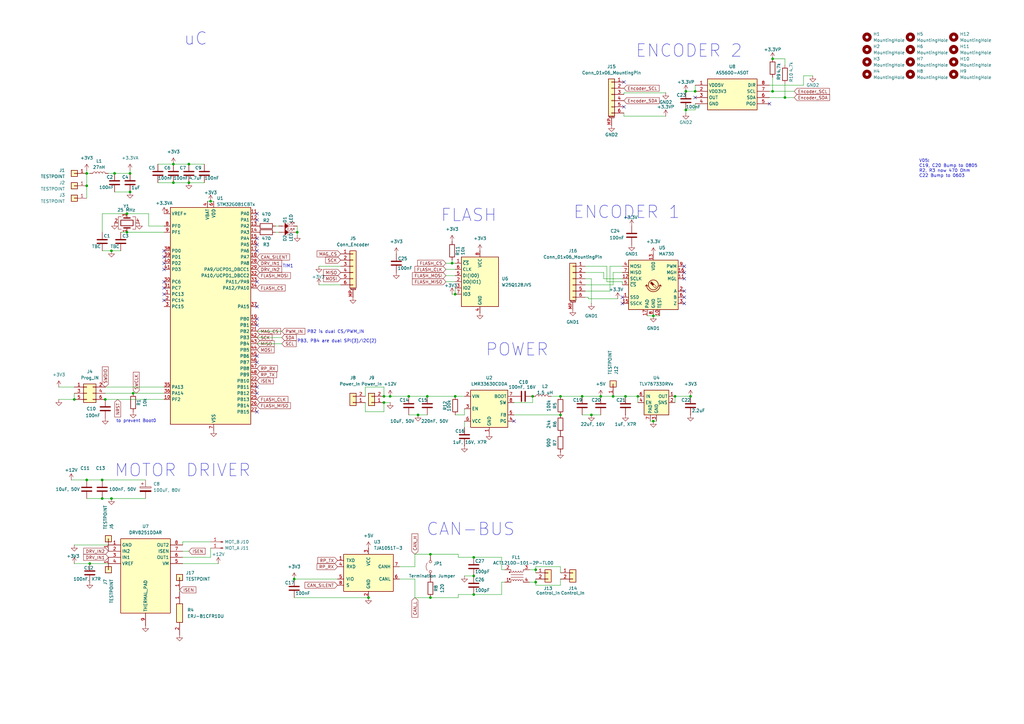
<source format=kicad_sch>
(kicad_sch (version 20250114) (generator "eeschema") (generator_version "9.0")
  (paper "A3")
  (text "ENCODER 2" (at 282.575 20.955 0) (effects (font (size 5.08 5.08))))
  (text "PB2 is dual CS/PWM_IN" (at 137.668 136.144 0) (effects (font (size 1.27 1.27))))
  (text "CAN-BUS" (at 193.04 217.17 0) (effects (font (size 5.08 5.08))))
  (text "to prevent Boot0" (at 55.88 172.72 0) (effects (font (size 1.27 1.27))))
  (text "PB3, PB4 are dual SPI(3)/I2C(2)" (at 138.176 139.954 0) (effects (font (size 1.27 1.27))))
  (text "TIM1" (at 118.11 109.22 0) (effects (font (size 1.27 1.27))))
  (text "V05: \nC19, C20 Bump to 0805\nR2, R3 now 470 Ohm\nC22 Bump to 0603" (at 376.936 69.088 0) (effects (font (size 1.27 1.27)) (justify left)))
  (text "uC" (at 80.264 16.002 0) (effects (font (size 5.08 5.08))))
  (text "POWER" (at 212.09 143.51 0) (effects (font (size 5.08 5.08))))
  (text "FLASH" (at 192.278 88.392 0) (effects (font (size 5.08 5.08))))
  (text "ENCODER 1\n" (at 257.048 87.122 0) (effects (font (size 5.08 5.08))))
  (text "MOTOR DRIVER\n" (at 74.93 193.04 0) (effects (font (size 5.08 5.08))))
  (junction (at 219.71 238.76))
  (junction (at 194.31 228.6))
  (junction (at 121.92 95.25))
  (junction (at 186.69 120.65))
  (junction (at 281.305 37.465))
  (junction (at 285.115 37.465))
  (junction (at 251.46 162.56))
  (junction (at 167.64 162.56))
  (junction (at 218.44 162.56))
  (junction (at 52.07 87.63))
  (junction (at 35.56 196.85))
  (junction (at 246.38 162.56))
  (junction (at 41.91 204.47))
  (junction (at 43.18 163.83))
  (junction (at 267.97 172.72))
  (junction (at 35.56 76.2))
  (junction (at 160.02 162.56))
  (junction (at 175.26 162.56))
  (junction (at 46.99 71.12))
  (junction (at 276.86 162.56))
  (junction (at 45.72 204.47))
  (junction (at 157.48 162.56))
  (junction (at 261.62 162.56))
  (junction (at 120.65 237.49))
  (junction (at 35.56 71.12))
  (junction (at 71.12 74.93))
  (junction (at 316.865 37.465))
  (junction (at 194.31 236.22))
  (junction (at 229.87 162.56))
  (junction (at 186.69 162.56))
  (junction (at 54.61 161.29))
  (junction (at 242.57 170.18))
  (junction (at 176.53 245.11))
  (junction (at 52.07 95.25))
  (junction (at 267.97 129.54))
  (junction (at 77.47 74.93))
  (junction (at 157.48 165.1))
  (junction (at 36.83 231.14))
  (junction (at 176.53 227.33))
  (junction (at 86.36 82.55))
  (junction (at 256.54 162.56))
  (junction (at 53.34 71.12))
  (junction (at 77.47 67.31))
  (junction (at 238.76 162.56))
  (junction (at 316.865 24.13))
  (junction (at 41.91 196.85))
  (junction (at 194.31 243.84))
  (junction (at 30.48 163.83))
  (junction (at 219.71 233.68))
  (junction (at 171.45 170.18))
  (junction (at 229.87 170.18))
  (junction (at 45.72 102.87))
  (junction (at 321.945 40.005))
  (junction (at 151.13 245.11))
  (junction (at 53.34 78.74))
  (junction (at 71.12 67.31))
  (junction (at 281.305 45.085))
  (junction (at 283.21 162.56))
  (junction (at 185.42 107.95))
  (no_connect (at 285.115 40.005))
  (no_connect (at 105.41 125.73))
  (no_connect (at 67.31 120.65))
  (no_connect (at 105.41 148.59))
  (no_connect (at 105.41 97.79))
  (no_connect (at 210.82 172.72))
  (no_connect (at 105.41 130.81))
  (no_connect (at 67.31 115.57))
  (no_connect (at 105.41 158.75))
  (no_connect (at 255.905 33.655))
  (no_connect (at 255.27 124.46))
  (no_connect (at 105.41 133.35))
  (no_connect (at 255.905 43.815))
  (no_connect (at 105.41 100.33))
  (no_connect (at 67.31 123.19))
  (no_connect (at 67.31 110.49))
  (no_connect (at 67.31 118.11))
  (no_connect (at 105.41 87.63))
  (no_connect (at 105.41 168.91))
  (no_connect (at 280.67 119.38))
  (no_connect (at 280.67 109.22))
  (no_connect (at 67.31 107.95))
  (no_connect (at 105.41 102.87))
  (no_connect (at 255.27 121.92))
  (no_connect (at 105.41 115.57))
  (no_connect (at 105.41 146.05))
  (no_connect (at 280.67 111.76))
  (no_connect (at 280.67 124.46))
  (no_connect (at 280.67 121.92))
  (no_connect (at 105.41 90.17))
  (no_connect (at 67.31 102.87))
  (no_connect (at 315.595 42.545))
  (no_connect (at 105.41 161.29))
  (no_connect (at 280.67 114.3))
  (no_connect (at 67.31 105.41))
  (wire (pts (xy 115.57 138.43) (xy 105.41 138.43)))
  (wire (pts (xy 276.86 162.56) (xy 276.86 165.1)))
  (wire (pts (xy 157.48 162.56) (xy 160.02 162.56)))
  (wire (pts (xy 210.82 165.1) (xy 218.44 165.1)))
  (wire (pts (xy 321.945 40.005) (xy 315.595 40.005)))
  (wire (pts (xy 43.18 158.75) (xy 67.31 158.75)))
  (wire (pts (xy 175.26 162.56) (xy 186.69 162.56)))
  (wire (pts (xy 194.31 228.6) (xy 205.74 228.6)))
  (wire (pts (xy 186.69 120.65) (xy 186.69 118.11)))
  (wire (pts (xy 130.81 109.22) (xy 139.7 109.22)))
  (wire (pts (xy 255.27 115.57) (xy 248.92 115.57)))
  (wire (pts (xy 267.97 172.72) (xy 266.7 172.72)))
  (wire (pts (xy 241.3 121.92) (xy 240.03 121.92)))
  (wire (pts (xy 246.38 162.56) (xy 251.46 162.56)))
  (wire (pts (xy 229.87 237.49) (xy 229.87 240.03)))
  (wire (pts (xy 226.06 162.56) (xy 229.87 162.56)))
  (wire (pts (xy 163.83 232.41) (xy 170.18 232.41)))
  (wire (pts (xy 325.755 40.005) (xy 321.945 40.005)))
  (wire (pts (xy 185.42 107.95) (xy 186.69 107.95)))
  (wire (pts (xy 121.92 92.71) (xy 121.92 95.25)))
  (wire (pts (xy 261.62 162.56) (xy 261.62 165.1)))
  (wire (pts (xy 255.27 115.57) (xy 255.27 116.84)))
  (wire (pts (xy 219.71 237.49) (xy 219.71 238.76)))
  (wire (pts (xy 190.5 170.18) (xy 186.69 170.18)))
  (wire (pts (xy 187.96 227.33) (xy 187.96 228.6)))
  (wire (pts (xy 253.365 122.555) (xy 241.3 122.555)))
  (wire (pts (xy 242.57 170.18) (xy 238.76 170.18)))
  (wire (pts (xy 187.96 228.6) (xy 194.31 228.6)))
  (wire (pts (xy 149.86 165.1) (xy 149.86 168.91)))
  (wire (pts (xy 269.24 172.72) (xy 267.97 172.72)))
  (wire (pts (xy 194.31 243.84) (xy 205.74 243.84)))
  (wire (pts (xy 86.36 228.6) (xy 86.36 224.79)))
  (wire (pts (xy 182.88 107.95) (xy 185.42 107.95)))
  (wire (pts (xy 219.71 238.76) (xy 219.71 240.03)))
  (wire (pts (xy 52.07 87.63) (xy 60.96 87.63)))
  (wire (pts (xy 217.17 238.76) (xy 219.71 238.76)))
  (wire (pts (xy 74.93 222.25) (xy 74.93 223.52)))
  (wire (pts (xy 29.21 196.85) (xy 35.56 196.85)))
  (wire (pts (xy 160.02 162.56) (xy 167.64 162.56)))
  (wire (pts (xy 176.53 227.33) (xy 170.18 227.33)))
  (wire (pts (xy 321.945 26.67) (xy 321.945 24.13)))
  (wire (pts (xy 267.97 129.54) (xy 270.51 129.54)))
  (wire (pts (xy 229.87 162.56) (xy 238.76 162.56)))
  (wire (pts (xy 207.01 233.68) (xy 205.74 233.68)))
  (wire (pts (xy 176.53 245.11) (xy 170.18 245.11)))
  (wire (pts (xy 182.88 110.49) (xy 186.69 110.49)))
  (wire (pts (xy 182.88 113.03) (xy 186.69 113.03)))
  (wire (pts (xy 242.57 124.46) (xy 242.57 114.3)))
  (wire (pts (xy 325.755 37.465) (xy 316.865 37.465)))
  (wire (pts (xy 30.48 231.14) (xy 36.83 231.14)))
  (wire (pts (xy 77.47 74.93) (xy 83.82 74.93)))
  (wire (pts (xy 281.305 37.465) (xy 285.115 37.465)))
  (wire (pts (xy 77.47 67.31) (xy 83.82 67.31)))
  (wire (pts (xy 49.53 95.25) (xy 52.07 95.25)))
  (wire (pts (xy 49.53 102.87) (xy 45.72 102.87)))
  (wire (pts (xy 30.48 163.83) (xy 30.48 161.29)))
  (wire (pts (xy 45.72 102.87) (xy 41.91 102.87)))
  (wire (pts (xy 190.5 236.22) (xy 194.31 236.22)))
  (wire (pts (xy 285.115 34.925) (xy 285.115 37.465)))
  (wire (pts (xy 281.305 46.355) (xy 281.305 45.085)))
  (wire (pts (xy 167.64 162.56) (xy 175.26 162.56)))
  (wire (pts (xy 217.17 233.68) (xy 219.71 233.68)))
  (wire (pts (xy 71.12 74.93) (xy 77.47 74.93)))
  (wire (pts (xy 205.74 238.76) (xy 205.74 243.84)))
  (wire (pts (xy 329.565 34.925) (xy 315.595 34.925)))
  (wire (pts (xy 207.01 238.76) (xy 205.74 238.76)))
  (wire (pts (xy 52.07 95.25) (xy 67.31 95.25)))
  (wire (pts (xy 229.87 234.95) (xy 229.87 232.41)))
  (wire (pts (xy 321.945 34.29) (xy 321.945 40.005)))
  (wire (pts (xy 86.36 222.25) (xy 74.93 222.25)))
  (wire (pts (xy 35.56 71.12) (xy 35.56 69.85)))
  (wire (pts (xy 86.36 82.55) (xy 87.63 82.55)))
  (wire (pts (xy 24.13 158.75) (xy 30.48 158.75)))
  (wire (pts (xy 210.82 170.18) (xy 229.87 170.18)))
  (wire (pts (xy 261.62 162.56) (xy 256.54 162.56)))
  (wire (pts (xy 73.66 242.57) (xy 73.66 241.935)))
  (wire (pts (xy 43.18 163.83) (xy 67.31 163.83)))
  (wire (pts (xy 255.905 38.1) (xy 273.05 38.1)))
  (wire (pts (xy 54.61 161.29) (xy 43.18 161.29)))
  (wire (pts (xy 36.83 231.14) (xy 44.45 231.14)))
  (wire (pts (xy 157.48 165.1) (xy 160.02 165.1)))
  (wire (pts (xy 219.71 240.03) (xy 229.87 240.03)))
  (wire (pts (xy 171.45 170.18) (xy 167.64 170.18)))
  (wire (pts (xy 187.96 245.11) (xy 187.96 243.84)))
  (wire (pts (xy 157.48 158.75) (xy 157.48 162.56)))
  (wire (pts (xy 285.115 45.085) (xy 285.115 42.545)))
  (wire (pts (xy 185.42 120.65) (xy 186.69 120.65)))
  (wire (pts (xy 64.77 74.93) (xy 71.12 74.93)))
  (wire (pts (xy 130.81 116.84) (xy 139.7 116.84)))
  (wire (pts (xy 248.92 115.57) (xy 248.92 109.22)))
  (wire (pts (xy 59.69 204.47) (xy 45.72 204.47)))
  (wire (pts (xy 120.65 245.11) (xy 151.13 245.11)))
  (wire (pts (xy 41.91 95.25) (xy 41.91 87.63)))
  (wire (pts (xy 149.86 168.91) (xy 157.48 168.91)))
  (wire (pts (xy 247.65 114.3) (xy 247.65 111.76)))
  (wire (pts (xy 46.99 78.74) (xy 53.34 78.74)))
  (wire (pts (xy 163.83 237.49) (xy 170.18 237.49)))
  (wire (pts (xy 219.71 232.41) (xy 219.71 233.68)))
  (wire (pts (xy 120.65 237.49) (xy 138.43 237.49)))
  (wire (pts (xy 251.46 162.56) (xy 256.54 162.56)))
  (wire (pts (xy 248.92 109.22) (xy 240.03 109.22)))
  (wire (pts (xy 242.57 170.18) (xy 246.38 170.18)))
  (wire (pts (xy 218.44 165.1) (xy 218.44 162.56)))
  (wire (pts (xy 276.86 162.56) (xy 283.21 162.56)))
  (wire (pts (xy 35.56 71.12) (xy 35.56 76.2)))
  (wire (pts (xy 205.74 233.68) (xy 205.74 228.6)))
  (wire (pts (xy 255.905 38.1) (xy 255.905 38.735)))
  (wire (pts (xy 176.53 227.33) (xy 187.96 227.33)))
  (wire (pts (xy 115.57 135.89) (xy 105.41 135.89)))
  (wire (pts (xy 157.48 168.91) (xy 157.48 165.1)))
  (wire (pts (xy 35.56 71.12) (xy 36.83 71.12)))
  (wire (pts (xy 53.34 69.85) (xy 53.34 71.12)))
  (wire (pts (xy 219.71 232.41) (xy 229.87 232.41)))
  (wire (pts (xy 281.305 45.085) (xy 285.115 45.085)))
  (wire (pts (xy 44.45 71.12) (xy 46.99 71.12)))
  (wire (pts (xy 114.3 92.71) (xy 113.03 92.71)))
  (wire (pts (xy 242.57 114.3) (xy 240.03 114.3)))
  (wire (pts (xy 60.96 92.71) (xy 60.96 87.63)))
  (wire (pts (xy 187.96 243.84) (xy 194.31 243.84)))
  (wire (pts (xy 71.12 67.31) (xy 77.47 67.31)))
  (wire (pts (xy 255.905 47.625) (xy 255.905 46.355)))
  (wire (pts (xy 121.92 95.25) (xy 121.92 96.52)))
  (wire (pts (xy 41.91 87.63) (xy 52.07 87.63)))
  (wire (pts (xy 46.99 71.12) (xy 53.34 71.12)))
  (wire (pts (xy 316.865 37.465) (xy 315.595 37.465)))
  (wire (pts (xy 240.03 116.84) (xy 251.46 116.84)))
  (wire (pts (xy 67.31 92.71) (xy 60.96 92.71)))
  (wire (pts (xy 255.27 114.3) (xy 247.65 114.3)))
  (wire (pts (xy 59.69 196.85) (xy 41.91 196.85)))
  (wire (pts (xy 185.42 106.68) (xy 185.42 107.95)))
  (wire (pts (xy 219.71 233.68) (xy 219.71 234.95)))
  (wire (pts (xy 250.19 119.38) (xy 240.03 119.38)))
  (wire (pts (xy 115.57 140.97) (xy 105.41 140.97)))
  (wire (pts (xy 190.5 172.72) (xy 190.5 175.26)))
  (wire (pts (xy 74.93 226.06) (xy 77.47 226.06)))
  (wire (pts (xy 41.91 196.85) (xy 35.56 196.85)))
  (wire (pts (xy 170.18 237.49) (xy 170.18 245.11)))
  (wire (pts (xy 35.56 76.2) (xy 35.56 81.28)))
  (wire (pts (xy 45.72 204.47) (xy 41.91 204.47)))
  (wire (pts (xy 54.61 161.29) (xy 67.31 161.29)))
  (wire (pts (xy 247.65 111.76) (xy 240.03 111.76)))
  (wire (pts (xy 316.865 31.75) (xy 316.865 37.465)))
  (wire (pts (xy 321.945 24.13) (xy 316.865 24.13)))
  (wire (pts (xy 74.93 228.6) (xy 86.36 228.6)))
  (wire (pts (xy 30.48 223.52) (xy 44.45 223.52)))
  (wire (pts (xy 250.19 109.22) (xy 250.19 119.38)))
  (wire (pts (xy 329.565 31.115) (xy 333.375 31.115)))
  (wire (pts (xy 251.46 111.76) (xy 251.46 116.84)))
  (wire (pts (xy 265.43 129.54) (xy 267.97 129.54)))
  (wire (pts (xy 238.76 162.56) (xy 246.38 162.56)))
  (wire (pts (xy 170.18 232.41) (xy 170.18 227.33)))
  (wire (pts (xy 171.45 170.18) (xy 175.26 170.18)))
  (wire (pts (xy 190.5 167.64) (xy 190.5 170.18)))
  (wire (pts (xy 186.69 162.56) (xy 190.5 162.56)))
  (wire (pts (xy 89.535 231.14) (xy 74.93 231.14)))
  (wire (pts (xy 114.3 95.25) (xy 113.03 95.25)))
  (wire (pts (xy 86.36 82.55) (xy 85.09 82.55)))
  (wire (pts (xy 255.27 109.22) (xy 250.19 109.22)))
  (wire (pts (xy 176.53 245.11) (xy 187.96 245.11)))
  (wire (pts (xy 64.77 67.31) (xy 71.12 67.31)))
  (wire (pts (xy 329.565 31.115) (xy 329.565 34.925)))
  (wire (pts (xy 149.86 162.56) (xy 149.86 158.75)))
  (wire (pts (xy 255.27 111.76) (xy 251.46 111.76)))
  (wire (pts (xy 41.91 204.47) (xy 35.56 204.47)))
  (wire (pts (xy 241.3 122.555) (xy 241.3 121.92)))
  (wire (pts (xy 149.86 158.75) (xy 157.48 158.75)))
  (wire (pts (xy 182.88 115.57) (xy 186.69 115.57)))
  (wire (pts (xy 255.905 47.625) (xy 273.05 47.625)))
  (wire (pts (xy 24.13 163.83) (xy 30.48 163.83)))
  (global_label "MAG_CS" (shape input) (at 105.41 135.89 0) (property "Intersheetrefs" "${INTERSHEET_REFS}" (effects (hide yes))))
  (global_label "DRV_IN1" (shape input) (at 44.45 228.6 180) (property "Intersheetrefs" "${INTERSHEET_REFS}" (effects (hide yes))))
  (global_label "SDA" (shape input) (at 115.57 138.43 0) (property "Intersheetrefs" "${INTERSHEET_REFS}" (effects (hide yes))))
  (global_label "FLASH_CS" (shape input) (at 182.88 107.95 180) (property "Intersheetrefs" "${INTERSHEET_REFS}" (effects (hide yes))))
  (global_label "Encoder_SDA" (shape input) (at 255.905 41.275 0) (property "Intersheetrefs" "${INTERSHEET_REFS}" (effects (hide yes))))
  (global_label "FLASH_MISO" (shape input) (at 182.88 115.57 180) (property "Intersheetrefs" "${INTERSHEET_REFS}" (effects (hide yes))))
  (global_label "CAN_SILENT" (shape input) (at 138.43 240.03 180) (property "Intersheetrefs" "${INTERSHEET_REFS}" (effects (hide yes))))
  (global_label "MAG_CS" (shape input) (at 139.7 104.14 180) (property "Intersheetrefs" "${INTERSHEET_REFS}" (effects (hide yes))))
  (global_label "FLASH_CLK" (shape input) (at 105.41 163.83 0) (property "Intersheetrefs" "${INTERSHEET_REFS}" (effects (hide yes))))
  (global_label "Encoder_SCL" (shape input) (at 255.905 36.195 0) (property "Intersheetrefs" "${INTERSHEET_REFS}" (effects (hide yes))))
  (global_label "SCL" (shape input) (at 115.57 140.97 0) (property "Intersheetrefs" "${INTERSHEET_REFS}" (effects (hide yes))))
  (global_label "DRV_IN2" (shape input) (at 44.45 226.06 180) (property "Intersheetrefs" "${INTERSHEET_REFS}" (effects (hide yes))))
  (global_label "FLASH_CS" (shape input) (at 105.41 118.11 0) (property "Intersheetrefs" "${INTERSHEET_REFS}" (effects (hide yes))))
  (global_label "FLASH_CLK" (shape input) (at 182.88 110.49 180) (property "Intersheetrefs" "${INTERSHEET_REFS}" (effects (hide yes))))
  (global_label "ISEN" (shape input) (at 77.47 226.06 0) (property "Intersheetrefs" "${INTERSHEET_REFS}" (effects (hide yes))))
  (global_label "RP_RX" (shape input) (at 138.43 232.41 180) (property "Intersheetrefs" "${INTERSHEET_REFS}" (effects (hide yes))))
  (global_label "DRV_IN1" (shape input) (at 105.41 107.95 0) (property "Intersheetrefs" "${INTERSHEET_REFS}" (effects (hide yes))))
  (global_label "PWM_IN" (shape input) (at 115.57 135.89 0) (property "Intersheetrefs" "${INTERSHEET_REFS}" (effects (hide yes))))
  (global_label "DRV_IN2" (shape input) (at 105.41 110.49 0) (property "Intersheetrefs" "${INTERSHEET_REFS}" (effects (hide yes))))
  (global_label "FLASH_MISO" (shape input) (at 105.41 166.37 0) (property "Intersheetrefs" "${INTERSHEET_REFS}" (effects (hide yes))))
  (global_label "MISO" (shape input) (at 139.7 111.76 180) (property "Intersheetrefs" "${INTERSHEET_REFS}" (effects (hide yes))))
  (global_label "FLASH_MOSI" (shape input) (at 105.41 113.03 0) (property "Intersheetrefs" "${INTERSHEET_REFS}" (effects (hide yes))))
  (global_label "Encoder_SDA" (shape input) (at 325.755 40.005 0) (property "Intersheetrefs" "${INTERSHEET_REFS}" (effects (hide yes))))
  (global_label "ISEN" (shape input) (at 73.66 241.935 0) (property "Intersheetrefs" "${INTERSHEET_REFS}" (effects (hide yes))))
  (global_label "RP_RX" (shape input) (at 105.41 151.13 0) (property "Intersheetrefs" "${INTERSHEET_REFS}" (effects (hide yes))))
  (global_label "MOSI" (shape input) (at 139.7 114.3 180) (property "Intersheetrefs" "${INTERSHEET_REFS}" (effects (hide yes))))
  (global_label "CAN_H" (shape input) (at 170.18 227.33 90) (property "Intersheetrefs" "${INTERSHEET_REFS}" (effects (hide yes))))
  (global_label "Encoder_SCL" (shape input) (at 325.755 37.465 0) (property "Intersheetrefs" "${INTERSHEET_REFS}" (effects (hide yes))))
  (global_label "FLASH_MOSI" (shape input) (at 182.88 113.03 180) (property "Intersheetrefs" "${INTERSHEET_REFS}" (effects (hide yes))))
  (global_label "MISO" (shape input) (at 105.41 140.97 0) (property "Intersheetrefs" "${INTERSHEET_REFS}" (effects (hide yes))))
  (global_label "RP_TX" (shape input) (at 105.41 153.67 0) (property "Intersheetrefs" "${INTERSHEET_REFS}" (effects (hide yes))))
  (global_label "SWCLK" (shape input) (at 55.88 161.29 90) (property "Intersheetrefs" "${INTERSHEET_REFS}" (effects (hide yes))))
  (global_label "CAN_SILENT" (shape input) (at 105.41 105.41 0) (property "Intersheetrefs" "${INTERSHEET_REFS}" (effects (hide yes))))
  (global_label "SCK" (shape input) (at 105.41 138.43 0) (property "Intersheetrefs" "${INTERSHEET_REFS}" (effects (hide yes))))
  (global_label "ISEN" (shape input) (at 105.41 156.21 0) (property "Intersheetrefs" "${INTERSHEET_REFS}" (effects (hide yes))))
  (global_label "CAN_L" (shape input) (at 170.18 245.11 270) (property "Intersheetrefs" "${INTERSHEET_REFS}" (effects (hide yes))))
  (global_label "MOSI" (shape input) (at 105.41 143.51 0) (property "Intersheetrefs" "${INTERSHEET_REFS}" (effects (hide yes))))
  (global_label "SWDIO" (shape input) (at 43.18 158.75 90) (property "Intersheetrefs" "${INTERSHEET_REFS}" (effects (hide yes))))
  (global_label "NRST" (shape input) (at 48.26 163.83 270) (property "Intersheetrefs" "${INTERSHEET_REFS}" (effects (hide yes))))
  (global_label "SCK" (shape input) (at 139.7 106.68 180) (property "Intersheetrefs" "${INTERSHEET_REFS}" (effects (hide yes))))
  (global_label "RP_TX" (shape input) (at 138.43 229.87 180) (property "Intersheetrefs" "${INTERSHEET_REFS}" (effects (hide yes))))
  (symbol (lib_id "power:+3V3") (at 130.81 116.84 0) (unit 1)
    (property "Reference" "#PWR018" (effects (hide yes)))
    (property "Value" "+3V3" (at 130.556 113.538 0))
    (property "Description" "Power symbol creates a global label with name \"+3V3\"" (effects (hide yes)))
  )
  (symbol (lib_id "Device:C") (at 214.63 162.56 90) (unit 1)
    (property "Reference" "C18" (at 216.662 156.718 90) (effects (justify left)))
    (property "Value" "100nF, 16V" (at 219.71 158.75 90) (effects (justify left)))
    (property "Footprint" "Capacitor_SMD:C_0402_1005Metric" (effects (hide yes)))
    (property "Description" "Unpolarized capacitor" (effects (hide yes)))
  )
  (symbol (lib_id "power:+3V3") (at 71.12 67.31 0) (unit 1)
    (property "Reference" "#PWR08" (effects (hide yes)))
    (property "Value" "+3V3" (at 71.12 62.23 0))
    (property "Description" "Power symbol creates a global label with name \"+3V3\"" (effects (hide yes)))
  )
  (symbol (lib_id "power:GND") (at 45.72 204.47 0) (unit 1)
    (property "Reference" "#PWR024" (effects (hide yes)))
    (property "Value" "GND" (effects (hide yes)))
    (property "Description" "Power symbol creates a global label with name \"GND\" , ground" (effects (hide yes)))
  )
  (symbol (lib_id "power:+3V3") (at 185.42 99.06 0) (unit 1)
    (property "Reference" "#PWR059" (effects (hide yes)))
    (property "Value" "+3V3" (at 185.42 93.98 0))
    (property "Description" "Power symbol creates a global label with name \"+3V3\"" (effects (hide yes)))
  )
  (symbol (lib_id "Device:C") (at 281.305 41.275 0) (unit 1)
    (property "Reference" "C23" (at 277.495 38.989 0) (effects (justify left)))
    (property "Value" "100nF" (at 281.305 43.815 0) (effects (justify left)))
    (property "Footprint" "Capacitor_SMD:C_0402_1005Metric" (effects (hide yes)))
    (property "Description" "Unpolarized capacitor" (effects (hide yes)))
  )
  (symbol (lib_id "power:GND") (at 144.78 121.92 0) (unit 1)
    (property "Reference" "#PWR019" (effects (hide yes)))
    (property "Value" "GND" (effects (hide yes)))
    (property "Description" "Power symbol creates a global label with name \"GND\" , ground" (effects (hide yes)))
  )
  (symbol (lib_id "power:GND") (at 256.54 170.18 0) (unit 1)
    (property "Reference" "#PWR039" (effects (hide yes)))
    (property "Value" "GND" (effects (hide yes)))
    (property "Description" "Power symbol creates a global label with name \"GND\" , ground" (effects (hide yes)))
  )
  (symbol (lib_id "Device:C") (at 36.83 234.95 180) (unit 1)
    (property "Reference" "C12" (at 38.354 232.918 0) (effects (justify left)))
    (property "Value" "100nF, X7R" (at 41.402 237.49 0) (effects (justify left)))
    (property "Footprint" "Capacitor_SMD:C_0402_1005Metric" (effects (hide yes)))
    (property "Description" "Unpolarized capacitor" (effects (hide yes)))
  )
  (symbol (lib_id "_Custom:AS5600-ASOT") (at 285.115 34.925 0) (unit 1)
    (property "Reference" "U8" (at 300.355 27.305 0))
    (property "Value" "AS5600-ASOT" (at 300.355 29.845 0))
    (property "Footprint" "KiCadLibrary:SOIC127P600X175-8N" (effects (hide yes)))
    (property "Datasheet" "https://datasheet.datasheetarchive.com/originals/distributors/DKDS-11/214624.pdf" (effects (hide yes)))
    (property "Description" "Board Mount Hall Effect / Magnetic Sensors AS5600 Magnetic Sensor 12-Bit" (effects (hide yes)))
    (property "Height" "1.75" (effects (hide yes)))
    (property "Mouser Part Number" "985-AS5600-ASOT" (effects (hide yes)))
    (property "Mouser Price/Stock" "https://www.mouser.co.uk/ProductDetail/ams-OSRAM/AS5600-ASOT?qs=KTMMzrZdriGJpjhsnAEYBA%3D%3D" (effects (hide yes)))
    (property "Manufacturer_Name" "ams OSRAM" (effects (hide yes)))
    (property "Manufacturer_Part_Number" "AS5600-ASOT" (effects (hide yes)))
  )
  (symbol (lib_id "Connector_Generic:Conn_01x01") (at 73.66 236.855 270) (mirror x) (unit 1)
    (property "Reference" "J17" (at 76.2 234.95 90) (effects (justify left)))
    (property "Value" "TESTPOINT" (at 76.2 237.49 90) (effects (justify left)))
    (property "Footprint" "TestPoint:TestPoint_Pad_1.5x1.5mm" (effects (hide yes)))
    (property "Description" "Generic connector, single row, 01x01, script generated (kicad-library-utils/schlib/autogen/connector/)" (effects (hide yes)))
  )
  (symbol (lib_id "Device:C") (at 77.47 71.12 0) (unit 1)
    (property "Reference" "C7" (at 73.66 68.834 0) (effects (justify left)))
    (property "Value" "4.7uF" (at 77.47 73.025 0) (effects (justify left)))
    (property "Footprint" "Capacitor_SMD:C_0402_1005Metric" (effects (hide yes)))
    (property "Description" "Unpolarized capacitor" (effects (hide yes)))
  )
  (symbol (lib_id "power:GND") (at 130.81 109.22 0) (unit 1)
    (property "Reference" "#PWR017" (effects (hide yes)))
    (property "Value" "GND" (effects (hide yes)))
    (property "Description" "Power symbol creates a global label with name \"GND\" , ground" (effects (hide yes)))
  )
  (symbol (lib_id "Connector_Generic_MountingPin:Conn_01x06_MountingPin") (at 144.78 109.22 0) (unit 1)
    (property "Reference" "J5" (at 144.78 97.79 0))
    (property "Value" "Conn_Encoder" (at 144.78 100.33 0))
    (property "Footprint" "Connector_FFC-FPC:Hirose_FH12-6S-0.5SH_1x06-1MP_P0.50mm_Horizontal" (effects (hide yes)))
    (property "Description" "Generic connectable mounting pin connector, single row, 01x06, script generated (kicad-library-utils/schlib/autogen/connector/)" (effects (hide yes)))
  )
  (symbol (lib_id "Mechanical:MountingHole") (at 355.6 15.24 0) (unit 1) (exclude_from_sim yes) (in_bom no)
    (property "Reference" "H1" (at 358.14 13.9699 0) (effects (justify left)))
    (property "Value" "MountingHole" (at 358.14 16.5099 0) (effects (justify left)))
    (property "Footprint" "MountingHole:MountingHole_2.2mm_M2" (effects (hide yes)))
    (property "Description" "Mounting Hole without connection" (effects (hide yes)))
  )
  (symbol (lib_id "Connector_Generic:Conn_02x03_Odd_Even") (at 35.56 161.29 0) (unit 1)
    (property "Reference" "J4" (at 36.83 152.4 0))
    (property "Value" "Prog_IN" (at 36.83 154.94 0))
    (property "Footprint" "Connector_PinHeader_1.27mm:PinHeader_2x03_P1.27mm_Vertical" (effects (hide yes)))
    (property "Description" "Generic connector, double row, 02x03, odd/even pin numbering scheme (row 1 odd numbers, row 2 even numbers), script generated (kicad-library-utils/schlib/autogen/connector/)" (effects (hide yes)))
  )
  (symbol (lib_id "power:GND") (at 36.83 238.76 0) (unit 1)
    (property "Reference" "#PWR023" (effects (hide yes)))
    (property "Value" "GND" (effects (hide yes)))
    (property "Description" "Power symbol creates a global label with name \"GND\" , ground" (effects (hide yes)))
  )
  (symbol (lib_id "power:+3.3V") (at 259.08 92.71 0) (unit 1)
    (property "Reference" "#PWR051" (effects (hide yes)))
    (property "Value" "+3.3V" (at 258.572 89.154 0))
    (property "Description" "Power symbol creates a global label with name \"+3.3V\"" (effects (hide yes)))
  )
  (symbol (lib_id "Device:R") (at 229.87 166.37 0) (mirror x) (unit 1)
    (property "Reference" "R5" (at 227.584 166.37 90))
    (property "Value" "100k" (at 225.044 166.37 90))
    (property "Footprint" "Resistor_SMD:R_0402_1005Metric" (effects (hide yes)))
    (property "Description" "Resistor" (effects (hide yes)))
  )
  (symbol (lib_id "power:GND2") (at 250.825 51.435 0) (unit 1)
    (property "Reference" "#PWR043" (effects (hide yes)))
    (property "Value" "GND2" (at 250.825 55.245 0))
    (property "Description" "Power symbol creates a global label with name \"GND2\" , ground" (effects (hide yes)))
  )
  (symbol (lib_id "power:+3V3") (at 24.13 158.75 0) (unit 1)
    (property "Reference" "#PWR09" (effects (hide yes)))
    (property "Value" "+3V3" (at 24.13 153.67 0))
    (property "Description" "Power symbol creates a global label with name \"+3V3\"" (effects (hide yes)))
  )
  (symbol (lib_id "power:+3V3") (at 283.21 162.56 0) (unit 1)
    (property "Reference" "#PWR041" (effects (hide yes)))
    (property "Value" "+3V3" (at 283.21 157.48 0))
    (property "Description" "Power symbol creates a global label with name \"+3V3\"" (effects (hide yes)))
  )
  (symbol (lib_id "Device:R") (at 176.53 241.3 0) (mirror y) (unit 1)
    (property "Reference" "R8" (at 178.816 241.3 90))
    (property "Value" "120" (at 181.356 241.3 90))
    (property "Footprint" "Capacitor_SMD:C_0402_1005Metric" (effects (hide yes)))
    (property "Description" "Resistor" (effects (hide yes)))
  )
  (symbol (lib_id "power:+3V3") (at 86.36 82.55 0) (unit 1)
    (property "Reference" "#PWR012" (effects (hide yes)))
    (property "Value" "+3V3" (at 86.36 78.994 0))
    (property "Description" "Power symbol creates a global label with name \"+3V3\"" (effects (hide yes)))
  )
  (symbol (lib_id "Mechanical:MountingHole") (at 355.6 30.48 0) (unit 1) (exclude_from_sim yes) (in_bom no)
    (property "Reference" "H4" (at 358.14 29.2099 0) (effects (justify left)))
    (property "Value" "MountingHole" (at 358.14 31.7499 0) (effects (justify left)))
    (property "Footprint" "MountingHole:MountingHole_2.2mm_M2" (effects (hide yes)))
    (property "Description" "Mounting Hole without connection" (effects (hide yes)))
  )
  (symbol (lib_id "Device:C_Polarized") (at 59.69 200.66 0) (unit 1)
    (property "Reference" "C8" (at 62.865 198.5009 0) (effects (justify left)))
    (property "Value" "100uF, 80V" (at 62.865 201.0409 0) (effects (justify left)))
    (property "Footprint" "Capacitor_THT:CP_Radial_D8.0mm_P3.50mm" (effects (hide yes)))
    (property "Description" "Polarized capacitor" (effects (hide yes)))
  )
  (symbol (lib_id "Connector:Conn_01x01_Pin") (at 91.44 224.79 180) (unit 1)
    (property "Reference" "J11" (at 100.33 224.79 0))
    (property "Value" "MOT_A" (at 95.25 224.79 0))
    (property "Footprint" "Connector_Wire:SolderWire-1sqmm_1x01_D1.4mm_OD2.7mm" (effects (hide yes)))
    (property "Description" "Generic connector, single row, 01x01, script generated" (effects (hide yes)))
  )
  (symbol (lib_id "Connector_Generic:Conn_01x02") (at 234.95 234.95 0) (unit 1)
    (property "Reference" "J14" (at 234.95 241.3 0))
    (property "Value" "Control_In" (at 234.95 243.205 0))
    (property "Footprint" "Connector_JST:JST_XH_B2B-XH-A_1x02_P2.50mm_Vertical" (effects (hide yes)))
    (property "Description" "Generic connector, single row, 01x02, script generated (kicad-library-utils/schlib/autogen/connector/)" (effects (hide yes)))
  )
  (symbol (lib_id "Device:C") (at 41.91 99.06 0) (mirror y) (unit 1)
    (property "Reference" "C1" (at 45.212 96.774 0) (effects (justify left)))
    (property "Value" "TBC" (at 41.402 101.092 0) (effects (justify left)))
    (property "Footprint" "Capacitor_SMD:C_0402_1005Metric" (effects (hide yes)))
    (property "Description" "Unpolarized capacitor" (effects (hide yes)))
  )
  (symbol (lib_id "power:GND") (at 190.5 182.88 0) (unit 1)
    (property "Reference" "#PWR031" (effects (hide yes)))
    (property "Value" "GND" (effects (hide yes)))
    (property "Description" "Power symbol creates a global label with name \"GND\" , ground" (effects (hide yes)))
  )
  (symbol (lib_id "power:GND") (at 46.99 91.44 0) (mirror y) (unit 1)
    (property "Reference" "#PWR03" (effects (hide yes)))
    (property "Value" "GND" (effects (hide yes)))
    (property "Description" "Power symbol creates a global label with name \"GND\" , ground" (effects (hide yes)))
  )
  (symbol (lib_id "Connector_Generic_MountingPin:Conn_01x06_MountingPin") (at 250.825 38.735 0) (mirror y) (unit 1)
    (property "Reference" "J15" (at 250.825 27.305 0))
    (property "Value" "Conn_01x06_MountingPin" (at 250.825 29.845 0))
    (property "Footprint" "Connector_FFC-FPC:Hirose_FH12-6S-0.5SH_1x06-1MP_P0.50mm_Horizontal" (effects (hide yes)))
    (property "Description" "Generic connectable mounting pin connector, single row, 01x06, script generated (kicad-library-utils/schlib/autogen/connector/)" (effects (hide yes)))
  )
  (symbol (lib_id "Device:C") (at 46.99 74.93 0) (unit 1)
    (property "Reference" "C2" (at 43.688 72.644 0) (effects (justify left)))
    (property "Value" "100nF" (at 40.64 76.835 0) (effects (justify left)))
    (property "Footprint" "Capacitor_SMD:C_0402_1005Metric" (effects (hide yes)))
    (property "Description" "Unpolarized capacitor" (effects (hide yes)))
  )
  (symbol (lib_id "power:GND") (at 77.47 74.93 0) (unit 1)
    (property "Reference" "#PWR011" (effects (hide yes)))
    (property "Value" "GND" (effects (hide yes)))
    (property "Description" "Power symbol creates a global label with name \"GND\" , ground" (effects (hide yes)))
  )
  (symbol (lib_id "power:GND") (at 160.02 165.1 0) (unit 1)
    (property "Reference" "#PWR027" (effects (hide yes)))
    (property "Value" "GND" (effects (hide yes)))
    (property "Description" "Power symbol creates a global label with name \"GND\" , ground" (effects (hide yes)))
  )
  (symbol (lib_id "Mechanical:MountingHole") (at 391.16 20.32 0) (unit 1) (exclude_from_sim yes) (in_bom no)
    (property "Reference" "H11" (at 393.7 19.0499 0) (effects (justify left)))
    (property "Value" "MountingHole" (at 393.7 21.5899 0) (effects (justify left)))
    (property "Footprint" "MountingHole:MountingHole_2.2mm_M2" (effects (hide yes)))
    (property "Description" "Mounting Hole without connection" (effects (hide yes)))
  )
  (symbol (lib_id "Device:C") (at 49.53 99.06 0) (mirror y) (unit 1)
    (property "Reference" "C3" (at 52.832 96.774 0) (effects (justify left)))
    (property "Value" "TBC" (at 49.022 101.092 0) (effects (justify left)))
    (property "Footprint" "Capacitor_SMD:C_0402_1005Metric" (effects (hide yes)))
    (property "Description" "Unpolarized capacitor" (effects (hide yes)))
  )
  (symbol (lib_id "power:GND") (at 54.61 168.91 0) (unit 1)
    (property "Reference" "#PWR015" (effects (hide yes)))
    (property "Value" "GND" (effects (hide yes)))
    (property "Description" "Power symbol creates a global label with name \"GND\" , ground" (effects (hide yes)))
  )
  (symbol (lib_id "power:GND") (at 267.97 172.72 0) (unit 1)
    (property "Reference" "#PWR040" (effects (hide yes)))
    (property "Value" "GND" (effects (hide yes)))
    (property "Description" "Power symbol creates a global label with name \"GND\" , ground" (effects (hide yes)))
  )
  (symbol (lib_id "power:+3.3VP") (at 316.865 24.13 0) (unit 1)
    (property "Reference" "#PWR055" (effects (hide yes)))
    (property "Value" "+3.3VP" (at 316.865 20.32 0))
    (property "Description" "Power symbol creates a global label with name \"+3.3VP\"" (effects (hide yes)))
  )
  (symbol (lib_id "Connector_Generic:Conn_01x02") (at 144.78 165.1 180) (unit 1)
    (property "Reference" "J8" (at 144.78 154.94 0))
    (property "Value" "Power_In" (at 143.51 157.48 0))
    (property "Footprint" "Connector_AMASS:AMASS_XT30UPB-M_1x02_P5.0mm_Vertical" (effects (hide yes)))
    (property "Description" "Generic connector, single row, 01x02, script generated (kicad-library-utils/schlib/autogen/connector/)" (effects (hide yes)))
  )
  (symbol (lib_id "Connector_Generic:Conn_01x01") (at 30.48 81.28 0) (mirror y) (unit 1)
    (property "Reference" "J3" (at 26.67 80.0099 0) (effects (justify left)))
    (property "Value" "TESTPOINT" (at 26.67 82.5499 0) (effects (justify left)))
    (property "Footprint" "TestPoint:TestPoint_Pad_1.5x1.5mm" (effects (hide yes)))
    (property "Description" "Generic connector, single row, 01x01, script generated (kicad-library-utils/schlib/autogen/connector/)" (effects (hide yes)))
  )
  (symbol (lib_id "power:+3V3") (at 196.85 102.87 0) (unit 1)
    (property "Reference" "#PWR057" (effects (hide yes)))
    (property "Value" "+3V3" (at 196.85 97.79 0))
    (property "Description" "Power symbol creates a global label with name \"+3V3\"" (effects (hide yes)))
  )
  (symbol (lib_id "Mechanical:MountingHole") (at 391.16 25.4 0) (unit 1) (exclude_from_sim yes) (in_bom no)
    (property "Reference" "H10" (at 393.7 24.1299 0) (effects (justify left)))
    (property "Value" "MountingHole" (at 393.7 26.6699 0) (effects (justify left)))
    (property "Footprint" "MountingHole:MountingHole_2.2mm_M2" (effects (hide yes)))
    (property "Description" "Mounting Hole without connection" (effects (hide yes)))
  )
  (symbol (lib_id "power:+12V") (at 160.02 162.56 0) (unit 1)
    (property "Reference" "#PWR026" (effects (hide yes)))
    (property "Value" "+12V" (at 160.02 157.48 0))
    (property "Description" "Power symbol creates a global label with name \"+12V\"" (effects (hide yes)))
  )
  (symbol (lib_id "Device:C") (at 167.64 166.37 0) (unit 1)
    (property "Reference" "C14" (at 163.83 164.084 0) (effects (justify left)))
    (property "Value" "10uF, 50V" (at 160.02 172.72 0) (effects (justify left)))
    (property "Footprint" "Capacitor_SMD:C_0805_2012Metric" (effects (hide yes)))
    (property "Description" "Unpolarized capacitor" (effects (hide yes)))
  )
  (symbol (lib_id "Mechanical:MountingHole") (at 373.38 25.4 0) (unit 1) (exclude_from_sim yes) (in_bom no)
    (property "Reference" "H7" (at 375.92 24.1299 0) (effects (justify left)))
    (property "Value" "MountingHole" (at 375.92 26.6699 0) (effects (justify left)))
    (property "Footprint" "MountingHole:MountingHole_2.2mm_M2" (effects (hide yes)))
    (property "Description" "Mounting Hole without connection" (effects (hide yes)))
  )
  (symbol (lib_id "power:+3V3") (at 162.56 104.14 0) (unit 1)
    (property "Reference" "#PWR061" (effects (hide yes)))
    (property "Value" "+3V3" (at 162.56 99.06 0))
    (property "Description" "Power symbol creates a global label with name \"+3V3\"" (effects (hide yes)))
  )
  (symbol (lib_id "Connector_Generic:Conn_01x01") (at 30.48 71.12 0) (mirror y) (unit 1)
    (property "Reference" "J1" (at 26.67 69.8499 0) (effects (justify left)))
    (property "Value" "TESTPOINT" (at 26.67 72.3899 0) (effects (justify left)))
    (property "Footprint" "TestPoint:TestPoint_Pad_1.5x1.5mm" (effects (hide yes)))
    (property "Description" "Generic connector, single row, 01x01, script generated (kicad-library-utils/schlib/autogen/connector/)" (effects (hide yes)))
  )
  (symbol (lib_id "Device:R") (at 109.22 92.71 90) (mirror x) (unit 1)
    (property "Reference" "R2" (at 109.22 90.424 90))
    (property "Value" "470" (at 109.22 87.884 90))
    (property "Footprint" "Resistor_SMD:R_0402_1005Metric" (effects (hide yes)))
    (property "Description" "Resistor" (effects (hide yes)))
  )
  (symbol (lib_id "Regulator_Linear:TLV76733DRVx") (at 269.24 165.1 0) (unit 1)
    (property "Reference" "U4" (at 269.24 154.94 0))
    (property "Value" "TLV76733DRVx" (at 269.24 157.48 0))
    (property "Footprint" "Package_SON:WSON-6-1EP_2x2mm_P0.65mm_EP1x1.6mm_ThermalVias" (effects (hide yes)))
    (property "Datasheet" "www.ti.com/lit/gpn/TLV767" (effects (hide yes)))
    (property "Description" "1A Precision Linear Voltage Regulator, with enable pin, Fixed Output 3.3V, WSON6" (effects (hide yes)))
  )
  (symbol (lib_id "power:+3V3") (at 35.56 69.85 0) (unit 1)
    (property "Reference" "#PWR01" (effects (hide yes)))
    (property "Value" "+3V3" (at 35.56 64.77 0))
    (property "Description" "Power symbol creates a global label with name \"+3V3\"" (effects (hide yes)))
  )
  (symbol (lib_id "Connector_Generic:Conn_01x02") (at 224.79 234.95 0) (unit 1)
    (property "Reference" "J13" (at 224.79 241.3 0))
    (property "Value" "Control_In" (at 224.79 243.205 0))
    (property "Footprint" "Connector_JST:JST_XH_B2B-XH-A_1x02_P2.50mm_Vertical" (effects (hide yes)))
    (property "Description" "Generic connector, single row, 01x02, script generated (kicad-library-utils/schlib/autogen/connector/)" (effects (hide yes)))
  )
  (symbol (lib_id "Connector_Generic:Conn_01x01") (at 251.46 157.48 270) (mirror x) (unit 1)
    (property "Reference" "J12" (at 252.7301 153.67 0) (effects (justify left)))
    (property "Value" "TESTPOINT" (at 250.1901 153.67 0) (effects (justify left)))
    (property "Footprint" "TestPoint:TestPoint_Pad_1.5x1.5mm" (effects (hide yes)))
    (property "Description" "Generic connector, single row, 01x01, script generated (kicad-library-utils/schlib/autogen/connector/)" (effects (hide yes)))
  )
  (symbol (lib_id "Mechanical:MountingHole") (at 391.16 15.24 0) (unit 1) (exclude_from_sim yes) (in_bom no)
    (property "Reference" "H12" (at 393.7 13.9699 0) (effects (justify left)))
    (property "Value" "MountingHole" (at 393.7 16.5099 0) (effects (justify left)))
    (property "Footprint" "MountingHole:MountingHole_2.2mm_M2" (effects (hide yes)))
    (property "Description" "Mounting Hole without connection" (effects (hide yes)))
  )
  (symbol (lib_id "Device:C") (at 53.34 74.93 0) (unit 1)
    (property "Reference" "C4" (at 50.038 72.644 0) (effects (justify left)))
    (property "Value" "1uF" (at 53.848 76.962 0) (effects (justify left)))
    (property "Footprint" "Capacitor_SMD:C_0402_1005Metric" (effects (hide yes)))
    (property "Description" "Unpolarized capacitor" (effects (hide yes)))
  )
  (symbol (lib_id "power:GND") (at 196.85 128.27 0) (unit 1)
    (property "Reference" "#PWR058" (effects (hide yes)))
    (property "Value" "GND" (effects (hide yes)))
    (property "Description" "Power symbol creates a global label with name \"GND\" , ground" (effects (hide yes)))
  )
  (symbol (lib_id "Connector_Generic:Conn_01x01") (at 30.48 76.2 0) (mirror y) (unit 1)
    (property "Reference" "J2" (at 26.67 74.9299 0) (effects (justify left)))
    (property "Value" "TESTPOINT" (at 26.67 77.4699 0) (effects (justify left)))
    (property "Footprint" "TestPoint:TestPoint_Pad_1.5x1.5mm" (effects (hide yes)))
    (property "Description" "Generic connector, single row, 01x01, script generated (kicad-library-utils/schlib/autogen/connector/)" (effects (hide yes)))
  )
  (symbol (lib_id "Device:R") (at 109.22 95.25 90) (mirror x) (unit 1)
    (property "Reference" "R3" (at 109.22 100.33 90))
    (property "Value" "470" (at 109.22 97.79 90))
    (property "Footprint" "Resistor_SMD:R_0402_1005Metric" (effects (hide yes)))
    (property "Description" "Resistor" (effects (hide yes)))
  )
  (symbol (lib_id "Mechanical:MountingHole") (at 355.6 25.4 0) (unit 1) (exclude_from_sim yes) (in_bom no)
    (property "Reference" "H3" (at 358.14 24.1299 0) (effects (justify left)))
    (property "Value" "MountingHole" (at 358.14 26.6699 0) (effects (justify left)))
    (property "Footprint" "MountingHole:MountingHole_2.2mm_M2" (effects (hide yes)))
    (property "Description" "Mounting Hole without connection" (effects (hide yes)))
  )
  (symbol (lib_id "power:+3.3VA") (at 53.34 69.85 0) (unit 1)
    (property "Reference" "#PWR04" (effects (hide yes)))
    (property "Value" "+3.3VA" (at 53.34 64.77 0))
    (property "Description" "Power symbol creates a global label with name \"+3.3VA\"" (effects (hide yes)))
  )
  (symbol (lib_id "power:GND2") (at 273.05 38.1 0) (unit 1)
    (property "Reference" "#PWR046" (effects (hide yes)))
    (property "Value" "GND2" (at 273.05 41.91 0))
    (property "Description" "Power symbol creates a global label with name \"GND2\" , ground" (effects (hide yes)))
  )
  (symbol (lib_id "power:+3V3") (at 30.48 231.14 0) (unit 1)
    (property "Reference" "#PWR022" (effects (hide yes)))
    (property "Value" "+3V3" (at 29.972 228.092 0))
    (property "Description" "Power symbol creates a global label with name \"+3V3\"" (effects (hide yes)))
  )
  (symbol (lib_id "power:GND1") (at 242.57 124.46 0) (unit 1)
    (property "Reference" "#PWR048" (effects (hide yes)))
    (property "Value" "GND1" (at 242.57 129.54 0))
    (property "Description" "Power symbol creates a global label with name \"GND1\" , ground" (effects (hide yes)))
  )
  (symbol (lib_id "power:+5V") (at 246.38 162.56 0) (unit 1)
    (property "Reference" "#PWR038" (effects (hide yes)))
    (property "Value" "+5V" (at 246.38 157.48 0))
    (property "Description" "Power symbol creates a global label with name \"+5V\"" (effects (hide yes)))
  )
  (symbol (lib_id "Device:C") (at 41.91 200.66 180) (unit 1)
    (property "Reference" "C13" (at 43.18 192.024 0) (effects (justify left)))
    (property "Value" "100nF, 50V" (at 55.88 200.66 0) (effects (justify left)))
    (property "Footprint" "Capacitor_SMD:C_0402_1005Metric" (effects (hide yes)))
    (property "Description" "Unpolarized capacitor" (effects (hide yes)))
  )
  (symbol (lib_id "power:+3V3") (at 120.65 237.49 0) (unit 1)
    (property "Reference" "#PWR032" (effects (hide yes)))
    (property "Value" "+3V3" (at 120.65 232.41 0))
    (property "Description" "Power symbol creates a global label with name \"+3V3\"" (effects (hide yes)))
  )
  (symbol (lib_id "Connector_Generic:Conn_01x02") (at 152.4 165.1 180) (unit 1)
    (property "Reference" "J9" (at 152.4 154.94 0))
    (property "Value" "Power_In" (at 152.4 157.48 0))
    (property "Footprint" "Connector_AMASS:AMASS_XT30UPB-M_1x02_P5.0mm_Vertical" (effects (hide yes)))
    (property "Description" "Generic connector, single row, 01x02, script generated (kicad-library-utils/schlib/autogen/connector/)" (effects (hide yes)))
  )
  (symbol (lib_id "Mechanical:MountingHole") (at 373.38 20.32 0) (unit 1) (exclude_from_sim yes) (in_bom no)
    (property "Reference" "H6" (at 375.92 19.0499 0) (effects (justify left)))
    (property "Value" "MountingHole" (at 375.92 21.5899 0) (effects (justify left)))
    (property "Footprint" "MountingHole:MountingHole_2.2mm_M2" (effects (hide yes)))
    (property "Description" "Mounting Hole without connection" (effects (hide yes)))
  )
  (symbol (lib_id "power:GND") (at 190.5 236.22 0) (unit 1)
    (property "Reference" "#PWR064" (effects (hide yes)))
    (property "Value" "GND" (effects (hide yes)))
    (property "Description" "Power symbol creates a global label with name \"GND\" , ground" (effects (hide yes)))
  )
  (symbol (lib_id "PCM_SL_Devices:LED") (at 118.11 92.71 0) (unit 1)
    (property "Reference" "D1" (at 116.84 91.44 90) (effects (justify left)))
    (property "Value" "LED" (at 119.38 91.44 90) (effects (justify left)))
    (property "Footprint" "LED_SMD:LED_0603_1608Metric" (effects (hide yes)))
    (property "Description" "Common 5mm diameter LED" (effects (hide yes)))
  )
  (symbol (lib_id "power:GND") (at 57.15 91.44 0) (mirror y) (unit 1)
    (property "Reference" "#PWR06" (effects (hide yes)))
    (property "Value" "GND" (effects (hide yes)))
    (property "Description" "Power symbol creates a global label with name \"GND\" , ground" (effects (hide yes)))
  )
  (symbol (lib_id "Device:C") (at 194.31 232.41 0) (unit 1)
    (property "Reference" "C27" (at 194.818 230.124 0) (effects (justify left)))
    (property "Value" "100pF" (at 194.818 234.442 0) (effects (justify left)))
    (property "Footprint" "Capacitor_SMD:C_0402_1005Metric" (effects (hide yes)))
    (property "Description" "Unpolarized capacitor" (effects (hide yes)))
  )
  (symbol (lib_id "Connector_Generic:Conn_01x01") (at 44.45 233.68 90) (mirror x) (unit 1)
    (property "Reference" "J7" (at 43.1799 237.49 0) (effects (justify left)))
    (property "Value" "TESTPOINT" (at 45.7199 237.49 0) (effects (justify left)))
    (property "Footprint" "TestPoint:TestPoint_Pad_1.5x1.5mm" (effects (hide yes)))
    (property "Description" "Generic connector, single row, 01x01, script generated (kicad-library-utils/schlib/autogen/connector/)" (effects (hide yes)))
  )
  (symbol (lib_id "power:GND") (at 45.72 102.87 0) (mirror y) (unit 1)
    (property "Reference" "#PWR02" (effects (hide yes)))
    (property "Value" "GND" (effects (hide yes)))
    (property "Description" "Power symbol creates a global label with name \"GND\" , ground" (effects (hide yes)))
  )
  (symbol (lib_id "PCM_SL_Devices:LED") (at 118.11 95.25 0) (unit 1)
    (property "Reference" "D2" (at 116.84 99.06 90) (effects (justify left)))
    (property "Value" "LED" (at 119.38 99.06 90) (effects (justify left)))
    (property "Footprint" "LED_SMD:LED_0603_1608Metric" (effects (hide yes)))
    (property "Description" "Common 5mm diameter LED" (effects (hide yes)))
  )
  (symbol (lib_id "Connector:Conn_01x01_Pin") (at 91.44 222.25 180) (unit 1)
    (property "Reference" "J10" (at 100.33 222.25 0))
    (property "Value" "MOT_B" (at 95.25 222.25 0))
    (property "Footprint" "Connector_Wire:SolderWire-1sqmm_1x01_D1.4mm_OD2.7mm" (effects (hide yes)))
    (property "Description" "Generic connector, single row, 01x01, script generated" (effects (hide yes)))
  )
  (symbol (lib_id "Regulator_Switching:LMR33630CDDA") (at 200.66 167.64 0) (unit 1)
    (property "Reference" "U2" (at 200.66 154.94 0))
    (property "Value" "LMR33630CDDA" (at 200.66 157.48 0))
    (property "Footprint" "Package_SO:Texas_HSOP-8-1EP_3.9x4.9mm_P1.27mm_ThermalVias" (effects (hide yes)))
    (property "Datasheet" "http://www.ti.com/lit/ds/symlink/lmr33630.pdf" (effects (hide yes)))
    (property "Description" "Simple Switcher Synchronous Buck Regulator, Vin=3.8-36V, Iout=3A, F=2100kHz, Adjustable output voltage, HSOP-8" (effects (hide yes)))
  )
  (symbol (lib_id "power:GND1") (at 259.08 100.33 0) (unit 1)
    (property "Reference" "#PWR052" (effects (hide yes)))
    (property "Value" "GND1" (at 259.08 104.14 0))
    (property "Description" "Power symbol creates a global label with name \"GND1\" , ground" (effects (hide yes)))
  )
  (symbol (lib_id "Device:Filter_EMI_LL_1423") (at 212.09 236.22 0) (unit 1)
    (property "Reference" "FL1" (at 211.709 228.6 0))
    (property "Value" "ACT1210D-101-2P-TL00" (at 214.63 230.886 0))
    (property "Footprint" "_custom:ACT1210D1012PTL00" (effects (hide yes)))
    (property "Description" "EMI 2-inductor filter, pin-connections 1-4 and 2-3" (effects (hide yes)))
  )
  (symbol (lib_id "Jumper:Jumper_2_Open") (at 176.53 232.41 90) (unit 1) (exclude_from_sim yes)
    (property "Reference" "JP1" (at 177.8 231.1399 90) (effects (justify right)))
    (property "Value" "Termination Jumper" (at 167.64 236.22 90) (effects (justify right)))
    (property "Footprint" "Jumper:SolderJumper-2_P1.3mm_Open_Pad1.0x1.5mm" (effects (hide yes)))
    (property "Description" "Jumper, 2-pole, open" (effects (hide yes)))
  )
  (symbol (lib_id "Connector_Generic_MountingPin:Conn_01x06_MountingPin") (at 234.95 114.3 0) (mirror y) (unit 1)
    (property "Reference" "J16" (at 234.95 102.87 0))
    (property "Value" "Conn_01x06_MountingPin" (at 234.95 105.41 0))
    (property "Footprint" "Connector_FFC-FPC:Hirose_FH12-6S-0.5SH_1x06-1MP_P0.50mm_Horizontal" (effects (hide yes)))
    (property "Description" "Generic connectable mounting pin connector, single row, 01x06, script generated (kicad-library-utils/schlib/autogen/connector/)" (effects (hide yes)))
  )
  (symbol (lib_id "power:GND") (at 242.57 170.18 0) (unit 1)
    (property "Reference" "#PWR037" (effects (hide yes)))
    (property "Value" "GND" (effects (hide yes)))
    (property "Description" "Power symbol creates a global label with name \"GND\" , ground" (effects (hide yes)))
  )
  (symbol (lib_id "power:GND") (at 24.13 163.83 0) (unit 1)
    (property "Reference" "#PWR010" (effects (hide yes)))
    (property "Value" "GND" (effects (hide yes)))
    (property "Description" "Power symbol creates a global label with name \"GND\" , ground" (effects (hide yes)))
  )
  (symbol (lib_id "power:GND") (at 53.34 78.74 0) (unit 1)
    (property "Reference" "#PWR05" (effects (hide yes)))
    (property "Value" "GND" (effects (hide yes)))
    (property "Description" "Power symbol creates a global label with name \"GND\" , ground" (effects (hide yes)))
  )
  (symbol (lib_id "power:GND2") (at 333.375 31.115 0) (unit 1)
    (property "Reference" "#PWR056" (effects (hide yes)))
    (property "Value" "GND2" (at 333.375 34.925 0))
    (property "Description" "Power symbol creates a global label with name \"GND2\" , ground" (effects (hide yes)))
  )
  (symbol (lib_id "power:GND") (at 121.92 96.52 0) (unit 1)
    (property "Reference" "#PWR016" (effects (hide yes)))
    (property "Value" "GND" (effects (hide yes)))
    (property "Description" "Power symbol creates a global label with name \"GND\" , ground" (effects (hide yes)))
  )
  (symbol (lib_id "power:+3V3") (at 185.42 120.65 0) (unit 1)
    (property "Reference" "#PWR062" (effects (hide yes)))
    (property "Value" "+3V3" (at 184.912 117.094 0))
    (property "Description" "Power symbol creates a global label with name \"+3V3\"" (effects (hide yes)))
  )
  (symbol (lib_id "power:GND2") (at 281.305 46.355 0) (unit 1)
    (property "Reference" "#PWR050" (effects (hide yes)))
    (property "Value" "GND2" (at 281.305 50.165 0))
    (property "Description" "Power symbol creates a global label with name \"GND2\" , ground" (effects (hide yes)))
  )
  (symbol (lib_id "power:GND") (at 283.21 170.18 0) (unit 1)
    (property "Reference" "#PWR042" (effects (hide yes)))
    (property "Value" "GND" (effects (hide yes)))
    (property "Description" "Power symbol creates a global label with name \"GND\" , ground" (effects (hide yes)))
  )
  (symbol (lib_id "Mechanical:MountingHole") (at 373.38 30.48 0) (unit 1) (exclude_from_sim yes) (in_bom no)
    (property "Reference" "H8" (at 375.92 29.2099 0) (effects (justify left)))
    (property "Value" "MountingHole" (at 375.92 31.7499 0) (effects (justify left)))
    (property "Footprint" "MountingHole:MountingHole_2.2mm_M2" (effects (hide yes)))
    (property "Description" "Mounting Hole without connection" (effects (hide yes)))
  )
  (symbol (lib_id "Device:Crystal_GND24") (at 52.07 91.44 90) (unit 1)
    (property "Reference" "Y1" (at 51.816 84.582 90))
    (property "Value" "25 MHz" (at 51.816 86.106 90))
    (property "Footprint" "Crystal:Crystal_SMD_3225-4Pin_3.2x2.5mm" (effects (hide yes)))
    (property "Description" "Four pin crystal, GND on pins 2 and 4" (effects (hide yes)))
  )
  (symbol (lib_id "Device:R") (at 186.69 166.37 0) (mirror x) (unit 1)
    (property "Reference" "R12" (at 182.499 166.37 90))
    (property "Value" "100k" (at 184.15 166.37 90))
    (property "Footprint" "Resistor_SMD:R_0402_1005Metric" (effects (hide yes)))
    (property "Description" "Resistor" (effects (hide yes)))
  )
  (symbol (lib_id "power:GND1") (at 267.97 129.54 0) (unit 1)
    (property "Reference" "#PWR054" (effects (hide yes)))
    (property "Value" "GND1" (at 267.97 134.62 0))
    (property "Description" "Power symbol creates a global label with name \"GND1\" , ground" (effects (hide yes)))
  )
  (symbol (lib_id "Device:C") (at 120.65 241.3 0) (unit 1)
    (property "Reference" "C17" (at 116.84 239.014 0) (effects (justify left)))
    (property "Value" "100nF" (at 121.158 243.332 0) (effects (justify left)))
    (property "Footprint" "Capacitor_SMD:C_0402_1005Metric" (effects (hide yes)))
    (property "Description" "Unpolarized capacitor" (effects (hide yes)))
  )
  (symbol (lib_id "power:+5V") (at 151.13 224.79 0) (unit 1)
    (property "Reference" "#PWR035" (effects (hide yes)))
    (property "Value" "+5V" (at 151.13 219.71 0))
    (property "Description" "Power symbol creates a global label with name \"+5V\"" (effects (hide yes)))
  )
  (symbol (lib_id "Device:C") (at 35.56 200.66 180) (unit 1)
    (property "Reference" "C11" (at 36.83 192.024 0) (effects (justify left)))
    (property "Value" "10uF, 50V" (at 32.766 200.66 0) (effects (justify left)))
    (property "Footprint" "Capacitor_SMD:C_0805_2012Metric" (effects (hide yes)))
    (property "Description" "Unpolarized capacitor" (effects (hide yes)))
  )
  (symbol (lib_id "Connector_Generic:Conn_01x01") (at 44.45 220.98 270) (mirror x) (unit 1)
    (property "Reference" "J6" (at 45.7201 217.17 0) (effects (justify left)))
    (property "Value" "TESTPOINT" (at 43.1801 217.17 0) (effects (justify left)))
    (property "Footprint" "TestPoint:TestPoint_Pad_1.5x1.5mm" (effects (hide yes)))
    (property "Description" "Generic connector, single row, 01x01, script generated (kicad-library-utils/schlib/autogen/connector/)" (effects (hide yes)))
  )
  (symbol (lib_id "Mechanical:MountingHole") (at 355.6 20.32 0) (unit 1) (exclude_from_sim yes) (in_bom no)
    (property "Reference" "H2" (at 358.14 19.0499 0) (effects (justify left)))
    (property "Value" "MountingHole" (at 358.14 21.5899 0) (effects (justify left)))
    (property "Footprint" "MountingHole:MountingHole_2.2mm_M2" (effects (hide yes)))
    (property "Description" "Mounting Hole without connection" (effects (hide yes)))
  )
  (symbol (lib_id "Interface_CAN_LIN:TJA1051T-3") (at 151.13 234.95 0) (unit 1)
    (property "Reference" "U3" (at 153.3241 222.25 0) (effects (justify left)))
    (property "Value" "TJA1051T-3" (at 153.3241 224.79 0) (effects (justify left)))
    (property "Footprint" "Package_SO:SOIC-8_3.9x4.9mm_P1.27mm" (effects (hide yes)))
    (property "Datasheet" "http://www.nxp.com/docs/en/data-sheet/TJA1051.pdf" (effects (hide yes)))
    (property "Description" "High-Speed CAN Transceiver, separate VIO, silent mode, SOIC-8" (effects (hide yes)))
  )
  (symbol (lib_id "Device:L") (at 222.25 162.56 90) (unit 1)
    (property "Reference" "L2" (at 223.52 158.496 90))
    (property "Value" "1.5 uH" (at 223.52 161.036 90))
    (property "Footprint" "Inductor_SMD:L_1008_2520Metric" (effects (hide yes)))
    (property "Description" "Inductor" (effects (hide yes)))
  )
  (symbol (lib_id "_custom:ERJ-B1CFR10U") (at 73.66 242.57 270) (unit 1)
    (property "Reference" "R4" (at 76.835 250.1899 90) (effects (justify left)))
    (property "Value" "ERJ-B1CFR10U" (at 76.835 252.7299 90) (effects (justify left)))
    (property "Footprint" "Library:ERJB1_(1020)" (effects (hide yes)))
    (property "Datasheet" "http://industrial.panasonic.com/cdbs/www-data/pdf/RDN0000/AOA0000C325.pdf" (effects (hide yes)))
    (property "Description" "Panasonic ERJB1 Series Thick Film High Power Surface Mount Resistor 2010 Case 100m +/-1% 1W +/-100ppm/C" (effects (hide yes)))
    (property "Height" "0.75" (effects (hide yes)))
    (property "Manufacturer_Name" "Panasonic" (effects (hide yes)))
    (property "Manufacturer_Part_Number" "ERJ-B1CFR10U" (effects (hide yes)))
    (property "Arrow Part Number" "ERJ-B1CFR10U" (effects (hide yes)))
    (property "Arrow Price/Stock" "null?region=nac" (effects (hide yes)))
  )
  (symbol (lib_id "power:+12V") (at 89.535 231.14 0) (unit 1)
    (property "Reference" "#PWR030" (effects (hide yes)))
    (property "Value" "+12V" (at 89.535 227.33 0))
    (property "Description" "Power symbol creates a global label with name \"+12V\"" (effects (hide yes)))
  )
  (symbol (lib_id "Device:C") (at 162.56 107.95 0) (unit 1)
    (property "Reference" "C25" (at 163.195 106.045 0) (effects (justify left)))
    (property "Value" "100nF" (at 163.068 109.982 0) (effects (justify left)))
    (property "Footprint" "Capacitor_SMD:C_0402_1005Metric" (effects (hide yes)))
    (property "Description" "Unpolarized capacitor" (effects (hide yes)))
  )
  (symbol (lib_id "power:+3.3V") (at 253.365 122.555 0) (unit 1)
    (property "Reference" "#PWR047" (effects (hide yes)))
    (property "Value" "+3.3V" (at 252.73 118.745 0))
    (property "Description" "Power symbol creates a global label with name \"+3.3V\"" (effects (hide yes)))
  )
  (symbol (lib_id "Device:R") (at 229.87 173.99 0) (mirror x) (unit 1)
    (property "Reference" "R6" (at 227.584 173.99 90))
    (property "Value" "24k" (at 225.044 173.99 90))
    (property "Footprint" "Resistor_SMD:R_0603_1608Metric" (effects (hide yes)))
    (property "Description" "Resistor" (effects (hide yes)))
  )
  (symbol (lib_id "power:+3.3V") (at 267.97 104.14 0) (unit 1)
    (property "Reference" "#PWR053" (effects (hide yes)))
    (property "Value" "+3.3V" (at 267.97 99.06 0))
    (property "Description" "Power symbol creates a global label with name \"+3.3V\"" (effects (hide yes)))
  )
  (symbol (lib_id "power:GND") (at 229.87 185.42 0) (unit 1)
    (property "Reference" "#PWR034" (effects (hide yes)))
    (property "Value" "GND" (effects (hide yes)))
    (property "Description" "Power symbol creates a global label with name \"GND\" , ground" (effects (hide yes)))
  )
  (symbol (lib_id "power:GND") (at 59.69 256.54 0) (unit 1)
    (property "Reference" "#PWR025" (effects (hide yes)))
    (property "Value" "GND" (effects (hide yes)))
    (property "Description" "Power symbol creates a global label with name \"GND\" , ground" (effects (hide yes)))
  )
  (symbol (lib_id "Mechanical:MountingHole") (at 373.38 15.24 0) (unit 1) (exclude_from_sim yes) (in_bom no)
    (property "Reference" "H5" (at 375.92 13.9699 0) (effects (justify left)))
    (property "Value" "MountingHole" (at 375.92 16.5099 0) (effects (justify left)))
    (property "Footprint" "MountingHole:MountingHole_2.2mm_M2" (effects (hide yes)))
    (property "Description" "Mounting Hole without connection" (effects (hide yes)))
  )
  (symbol (lib_id "Device:C") (at 175.26 166.37 0) (unit 1)
    (property "Reference" "C15" (at 171.45 164.084 0) (effects (justify left)))
    (property "Value" "220nF, 50V" (at 172.72 172.72 0) (effects (justify left)))
    (property "Footprint" "Capacitor_SMD:C_0805_2012Metric" (effects (hide yes)))
    (property "Description" "Unpolarized capacitor" (effects (hide yes)))
  )
  (symbol (lib_id "Device:C") (at 283.21 166.37 0) (unit 1)
    (property "Reference" "C22" (at 279.4 164.084 0) (effects (justify left)))
    (property "Value" "2.2uF" (at 283.718 168.402 0) (effects (justify left)))
    (property "Footprint" "Capacitor_SMD:C_0603_1608Metric" (effects (hide yes)))
    (property "Description" "Unpolarized capacitor" (effects (hide yes)))
  )
  (symbol (lib_id "power:GND1") (at 234.95 127 0) (unit 1)
    (property "Reference" "#PWR045" (effects (hide yes)))
    (property "Value" "GND1" (at 234.95 132.08 0))
    (property "Description" "Power symbol creates a global label with name \"GND1\" , ground" (effects (hide yes)))
  )
  (symbol (lib_id "power:GND") (at 200.66 177.8 0) (unit 1)
    (property "Reference" "#PWR033" (effects (hide yes)))
    (property "Value" "GND" (effects (hide yes)))
    (property "Description" "Power symbol creates a global label with name \"GND\" , ground" (effects (hide yes)))
  )
  (symbol (lib_id "power:+3.3VA") (at 67.31 87.63 0) (unit 1)
    (property "Reference" "#PWR07" (effects (hide yes)))
    (property "Value" "+3.3VA" (at 67.31 83.312 0))
    (property "Description" "Power symbol creates a global label with name \"+3.3VA\"" (effects (hide yes)))
  )
  (symbol (lib_id "Device:C") (at 83.82 71.12 0) (unit 1)
    (property "Reference" "C9" (at 80.01 68.834 0) (effects (justify left)))
    (property "Value" "100nF" (at 83.82 73.025 0) (effects (justify left)))
    (property "Footprint" "Capacitor_SMD:C_0402_1005Metric" (effects (hide yes)))
    (property "Description" "Unpolarized capacitor" (effects (hide yes)))
  )
  (symbol (lib_id "Device:C") (at 64.77 71.12 0) (unit 1)
    (property "Reference" "C5" (at 60.96 68.834 0) (effects (justify left)))
    (property "Value" "100nF" (at 64.77 73.025 0) (effects (justify left)))
    (property "Footprint" "Capacitor_SMD:C_0402_1005Metric" (effects (hide yes)))
    (property "Description" "Unpolarized capacitor" (effects (hide yes)))
  )
  (symbol (lib_id "power:GND") (at 87.63 176.53 0) (unit 1)
    (property "Reference" "#PWR013" (effects (hide yes)))
    (property "Value" "GND" (effects (hide yes)))
    (property "Description" "Power symbol creates a global label with name \"GND\" , ground" (effects (hide yes)))
  )
  (symbol (lib_id "Device:C") (at 246.38 166.37 0) (unit 1)
    (property "Reference" "C20" (at 242.57 164.084 0) (effects (justify left)))
    (property "Value" "22uF, 16V" (at 238.125 173.99 0) (effects (justify left)))
    (property "Footprint" "Capacitor_SMD:C_0805_2012Metric" (effects (hide yes)))
    (property "Description" "Unpolarized capacitor" (effects (hide yes)))
  )
  (symbol (lib_id "Device:C") (at 256.54 166.37 0) (unit 1)
    (property "Reference" "C21" (at 252.73 164.084 0) (effects (justify left)))
    (property "Value" "1uF, X7R" (at 252.095 173.99 0) (effects (justify left)))
    (property "Footprint" "Capacitor_SMD:C_0805_2012Metric" (effects (hide yes)))
    (property "Description" "Unpolarized capacitor" (effects (hide yes)))
  )
  (symbol (lib_id "Device:C") (at 190.5 179.07 0) (unit 1)
    (property "Reference" "C16" (at 186.69 176.784 0) (effects (justify left)))
    (property "Value" "1uF, 16V, X7R" (at 185.674 181.356 0) (effects (justify left)))
    (property "Footprint" "Capacitor_SMD:C_0805_2012Metric" (effects (hide yes)))
    (property "Description" "Unpolarized capacitor" (effects (hide yes)))
  )
  (symbol (lib_id "MCU_ST_STM32G0:STM32G0B1CBTx") (at 85.09 130.81 0) (unit 1)
    (property "Reference" "U1" (at 88.9 81.28 0) (effects (justify left)))
    (property "Value" "STM32G0B1CBTx" (at 88.9 83.82 0) (effects (justify left)))
    (property "Footprint" "Package_QFP:LQFP-48_7x7mm_P0.5mm" (effects (hide yes)))
    (property "Datasheet" "https://www.st.com/resource/en/datasheet/stm32g0b1cb.pdf" (effects (hide yes)))
    (property "Description" "STMicroelectronics Arm Cortex-M0+ MCU, 128KB flash, 144KB RAM, 64 MHz, 1.7-3.6V, 44 GPIO, LQFP48" (effects (hide yes)))
  )
  (symbol (lib_id "Memory_Flash:W25Q128JVS") (at 196.85 115.57 0) (unit 1)
    (property "Reference" "U6" (at 205.74 114.2999 0) (effects (justify left)))
    (property "Value" "W25Q128JVS" (at 205.74 116.8399 0) (effects (justify left)))
    (property "Footprint" "Package_SO:SOIC-8_5.23x5.23mm_P1.27mm" (effects (hide yes)))
    (property "Datasheet" "http://www.winbond.com/resource-files/w25q128jv_dtr%20revc%2003272018%20plus.pdf" (effects (hide yes)))
    (property "Description" "128Mb Serial Flash Memory, Standard/Dual/Quad SPI, SOIC-8" (effects (hide yes)))
  )
  (symbol (lib_id "Device:R") (at 229.87 181.61 0) (mirror x) (unit 1)
    (property "Reference" "R7" (at 227.584 181.61 90))
    (property "Value" "900" (at 225.044 181.61 90))
    (property "Footprint" "Resistor_SMD:R_0402_1005Metric" (effects (hide yes)))
    (property "Description" "Resistor" (effects (hide yes)))
  )
  (symbol (lib_id "power:+3.3VP") (at 281.305 37.465 0) (unit 1)
    (property "Reference" "#PWR049" (effects (hide yes)))
    (property "Value" "+3.3VP" (at 281.305 33.655 0))
    (property "Description" "Power symbol creates a global label with name \"+3.3VP\"" (effects (hide yes)))
  )
  (symbol (lib_id "Device:C") (at 71.12 71.12 0) (unit 1)
    (property "Reference" "C6" (at 67.31 68.834 0) (effects (justify left)))
    (property "Value" "100nF" (at 71.12 73.025 0) (effects (justify left)))
    (property "Footprint" "Capacitor_SMD:C_0402_1005Metric" (effects (hide yes)))
    (property "Description" "Unpolarized capacitor" (effects (hide yes)))
  )
  (symbol (lib_id "power:+3.3VP") (at 273.05 47.625 0) (unit 1)
    (property "Reference" "#PWR044" (effects (hide yes)))
    (property "Value" "+3.3VP" (at 273.05 43.815 0))
    (property "Description" "Power symbol creates a global label with name \"+3.3VP\"" (effects (hide yes)))
  )
  (symbol (lib_id "Device:C") (at 259.08 96.52 180) (unit 1)
    (property "Reference" "C24" (at 254.254 94.742 0) (effects (justify left)))
    (property "Value" "100nF" (at 256.032 97.536 0) (effects (justify left)))
    (property "Footprint" "Capacitor_SMD:C_0402_1005Metric" (effects (hide yes)))
    (property "Description" "Unpolarized capacitor" (effects (hide yes)))
  )
  (symbol (lib_id "power:GND") (at 30.48 223.52 0) (unit 1)
    (property "Reference" "#PWR021" (effects (hide yes)))
    (property "Value" "GND" (effects (hide yes)))
    (property "Description" "Power symbol creates a global label with name \"GND\" , ground" (effects (hide yes)))
  )
  (symbol (lib_id "power:GND") (at 43.18 171.45 0) (unit 1)
    (property "Reference" "#PWR014" (effects (hide yes)))
    (property "Value" "GND" (effects (hide yes)))
    (property "Description" "Power symbol creates a global label with name \"GND\" , ground" (effects (hide yes)))
  )
  (symbol (lib_id "power:+12V") (at 29.21 196.85 0) (unit 1)
    (property "Reference" "#PWR020" (effects (hide yes)))
    (property "Value" "+12V" (at 29.21 192.786 0))
    (property "Description" "Power symbol creates a global label with name \"+12V\"" (effects (hide yes)))
  )
  (symbol (lib_id "Device:R") (at 316.865 27.94 0) (mirror x) (unit 1)
    (property "Reference" "R9" (at 319.405 31.496 90))
    (property "Value" "4.7k" (at 319.405 27.94 90))
    (property "Footprint" "Resistor_SMD:R_0402_1005Metric" (effects (hide yes)))
    (property "Description" "Resistor" (effects (hide yes)))
  )
  (symbol (lib_id "Device:C") (at 43.18 167.64 180) (unit 1)
    (property "Reference" "C10" (at 39.37 167.64 0) (effects (justify left)))
    (property "Value" "100nF" (at 41.148 170.434 0) (effects (justify left)))
    (property "Footprint" "Capacitor_SMD:C_0402_1005Metric" (effects (hide yes)))
    (property "Description" "Unpolarized capacitor" (effects (hide yes)))
  )
  (symbol (lib_id "Device:C") (at 194.31 240.03 0) (unit 1)
    (property "Reference" "C26" (at 194.818 237.744 0) (effects (justify left)))
    (property "Value" "100pF" (at 194.818 242.062 0) (effects (justify left)))
    (property "Footprint" "Capacitor_SMD:C_0402_1005Metric" (effects (hide yes)))
    (property "Description" "Unpolarized capacitor" (effects (hide yes)))
  )
  (symbol (lib_id "Device:L") (at 40.64 71.12 90) (unit 1)
    (property "Reference" "L1" (at 40.64 66.04 90))
    (property "Value" "27nH" (at 40.64 68.58 90))
    (property "Footprint" "Inductor_SMD:L_0402_1005Metric" (effects (hide yes)))
    (property "Description" "Inductor" (effects (hide yes)))
  )
  (symbol (lib_id "power:GND") (at 151.13 245.11 0) (unit 1)
    (property "Reference" "#PWR036" (effects (hide yes)))
    (property "Value" "GND" (effects (hide yes)))
    (property "Description" "Power symbol creates a global label with name \"GND\" , ground" (effects (hide yes)))
  )
  (symbol (lib_id "power:GND") (at 73.66 260.35 0) (unit 1)
    (property "Reference" "#PWR028" (effects (hide yes)))
    (property "Value" "GND" (effects (hide yes)))
    (property "Description" "Power symbol creates a global label with name \"GND\" , ground" (effects (hide yes)))
  )
  (symbol (lib_id "_Custom:DRV8251DDAR") (at 44.45 223.52 0) (unit 1)
    (property "Reference" "U7" (at 59.69 215.9 0))
    (property "Value" "DRV8251DDAR" (at 59.69 218.44 0))
    (property "Footprint" "KiCadLibrary:SOIC127P600X170-9N" (effects (hide yes)))
    (property "Datasheet" "https://www.arrow.com/en/products/drv8251ddar/texas-instruments?region=nac" (effects (hide yes)))
    (property "Description" "Motor Drives" (effects (hide yes)))
    (property "Height" "1.7" (effects (hide yes)))
    (property "Mouser Part Number" "595-DRV8251DDAR" (effects (hide yes)))
    (property "Mouser Price/Stock" "https://www.mouser.co.uk/ProductDetail/Texas-Instruments/DRV8251DDAR?qs=doiCPypUmgHTzZyfapGahQ%3D%3D" (effects (hide yes)))
    (property "Manufacturer_Name" "Texas Instruments" (effects (hide yes)))
    (property "Manufacturer_Part_Number" "DRV8251DDAR" (effects (hide yes)))
  )
  (symbol (lib_id "Mechanical:MountingHole") (at 391.16 30.48 0) (unit 1) (exclude_from_sim yes) (in_bom no)
    (property "Reference" "H9" (at 393.7 29.2099 0) (effects (justify left)))
    (property "Value" "MountingHole" (at 393.7 31.7499 0) (effects (justify left)))
    (property "Footprint" "MountingHole:MountingHole_2.2mm_M2" (effects (hide yes)))
    (property "Description" "Mounting Hole without connection" (effects (hide yes)))
  )
  (symbol (lib_id "power:GND") (at 171.45 170.18 0) (unit 1)
    (property "Reference" "#PWR029" (effects (hide yes)))
    (property "Value" "GND" (effects (hide yes)))
    (property "Description" "Power symbol creates a global label with name \"GND\" , ground" (effects (hide yes)))
  )
  (symbol (lib_id "Device:R") (at 54.61 165.1 0) (mirror y) (unit 1)
    (property "Reference" "R1" (at 56.896 165.1 90))
    (property "Value" "10k" (at 59.436 165.1 90))
    (property "Footprint" "Resistor_SMD:R_0402_1005Metric" (effects (hide yes)))
    (property "Description" "Resistor" (effects (hide yes)))
  )
  (symbol (lib_id "Sensor_Magnetic:MA730") (at 267.97 116.84 0) (unit 1)
    (property "Reference" "U5" (at 270.1641 101.6 0) (effects (justify left)))
    (property "Value" "MA730" (at 270.1641 104.14 0) (effects (justify left)))
    (property "Footprint" "Package_DFN_QFN:QFN-16-1EP_3x3mm_P0.5mm_EP1.75x1.75mm" (effects (hide yes)))
    (property "Datasheet" "https://www.monolithicpower.com/pub/media/document/m/a/ma730_r1.01.pdf" (effects (hide yes)))
    (property "Description" "Magnetic rotary angle sensor, 14-bit, SPI interface, ABZ, PWM, QFN-16" (effects (hide yes)))
  )
  (symbol (lib_id "Device:R") (at 321.945 30.48 0) (mirror x) (unit 1)
    (property "Reference" "R10" (at 324.485 31.75 90))
    (property "Value" "4.7k" (at 324.485 27.432 90))
    (property "Footprint" "Resistor_SMD:R_0402_1005Metric" (effects (hide yes)))
    (property "Description" "Resistor" (effects (hide yes)))
  )
  (symbol (lib_id "Device:C") (at 238.76 166.37 0) (unit 1)
    (property "Reference" "C19" (at 234.95 164.084 0) (effects (justify left)))
    (property "Value" "22uF, 16V" (effects (hide yes)))
    (property "Footprint" "Capacitor_SMD:C_0805_2012Metric" (effects (hide yes)))
    (property "Description" "Unpolarized capacitor" (effects (hide yes)))
  )
  (symbol (lib_id "Device:R") (at 185.42 102.87 0) (mirror y) (unit 1)
    (property "Reference" "R11" (at 187.706 102.87 90))
    (property "Value" "10k" (at 189.865 102.87 90))
    (property "Footprint" "Resistor_SMD:R_0402_1005Metric" (effects (hide yes)))
    (property "Description" "Resistor" (effects (hide yes)))
  )
  (symbol (lib_id "power:GND") (at 162.56 111.76 0) (unit 1)
    (property "Reference" "#PWR060" (effects (hide yes)))
    (property "Value" "GND" (effects (hide yes)))
    (property "Description" "Power symbol creates a global label with name \"GND\" , ground" (effects (hide yes)))
  )
)
</source>
